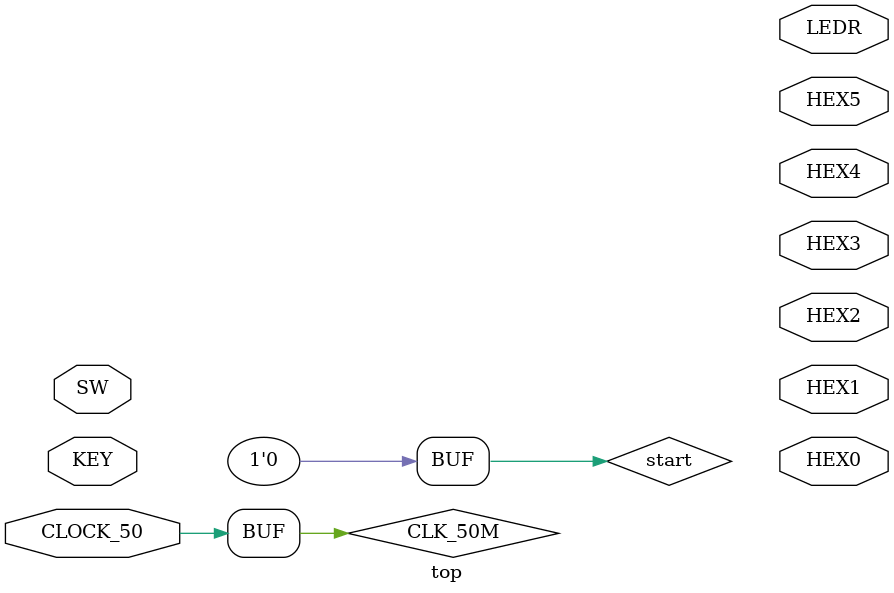
<source format=sv>
module top(CLOCK_50, KEY, SW, LEDR, HEX0, HEX1, HEX2, HEX3, HEX4, HEX5);
//////////// CLOCK //////////
input                       CLOCK_50;

//////////// LED //////////
output           [9:0]      LEDR;

//////////// KEY //////////
input            [3:0]      KEY;

//////////// SW //////////
input            [9:0]      SW;

//////////// SEG7 //////////
output           [6:0]      HEX0;
output           [6:0]      HEX1;
output           [6:0]      HEX2;
output           [6:0]      HEX3;
output           [6:0]      HEX4;
output           [6:0]      HEX5;



logic CLK_50M;
logic reset_n;
assign CLK_50M =  CLOCK_50;
assign reset_n = ~KEY[3];

wire finished, write, finished_shuffle, write_shuffle, a_sel, data_sel, write_sel;
wire [7:0] address, data, read_data, shuffle_address;
reg start;

initial begin
start =1'b1;
#20;
start = 1'b0;
end


initialize_mem initialize(.clk(CLK_50M), .start(start), .finished(finished), .write(write), .address(address), 
							     .finished_shuffle(finished_shuffle) );

M10K_256_32 mem(.clk(CLK_50M), .read_address(a_sel ? shuffle_address : address), .write_address(a_sel ? shuffle_address : address), 
		.d(data_sel ? data : address), .we(write_sel ? write_shuffle : write), .q(read_data));

shuffle   shuffle_module(.clk(CLK_50M), .start(finished), .finished(finished_shuffle), 
							    .secret_key({14'b0, SW[9:0]}), .read_data(read_data), .write_en(write_shuffle), .data(data), 
							    .address_out(shuffle_address));
	
SevenSegmentDisplayDecoder ssdd(.ssOut(), .nIn());

flopr_en reg_a_sel(.clk(CLK_50M), .clr(start), .d(1'b1), .q(a_sel), .en(finished));
flopr_en reg_data_sel(.clk(CLK_50M), .clr(start), .d(1'b1), .q(data_sel), .en(finished));
flopr_en reg_write_sel(.clk(CLK_50M), .clr(start), .d(1'b1), .q(write_sel), .en(finished));

endmodule 

</source>
